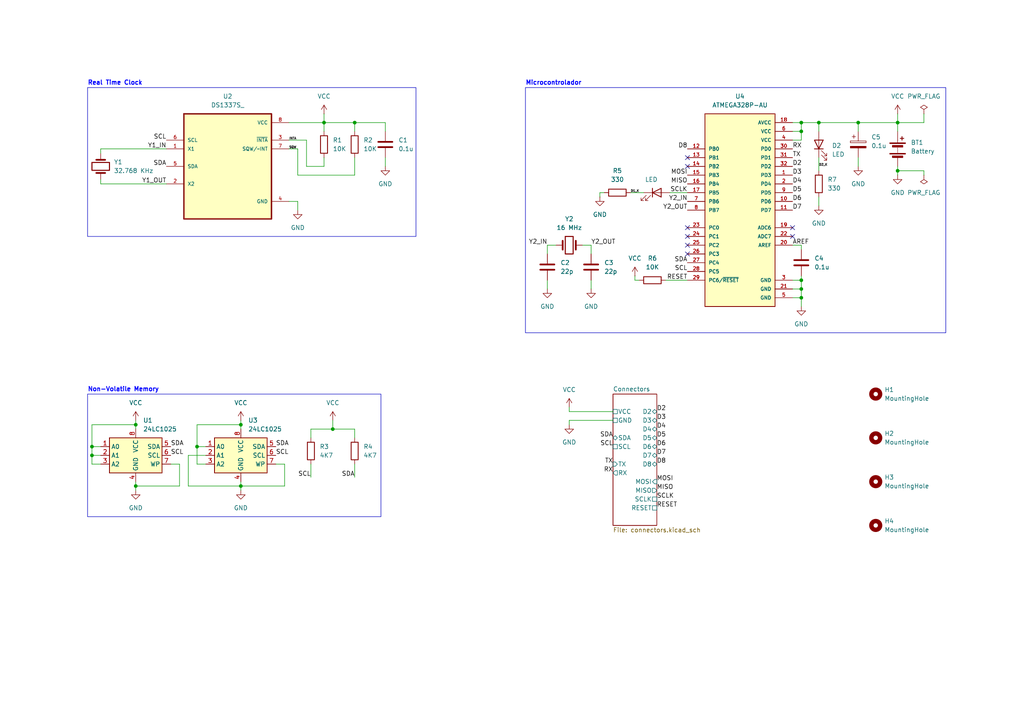
<source format=kicad_sch>
(kicad_sch (version 20250114) (generator "eeschema") (generator_version "9.0")
  (paper "A4")
  (title_block (title "${project_name}") (date "2025-05-21") (rev "1") (company "${author}"))
  (lib_symbols
    (symbol "ATMEGA328P-AU:ATMEGA328P-AU" (pin_names (offset 1.016))
      (property "Reference" "U" (at -10.1755 29.2546 0))
      (property "Value" "ATMEGA328P-AU" (at -10.1669 -31.7714 0))
      (symbol "ATMEGA328P-AU_0_0"
        (rectangle (start -10.16 -27.94) (end 10.16 27.94) (stroke (width 0.254)) (fill (type background)))
        (pin bidirectional line (at -15.24 17.78 0) (length 5.08) (name "PB0") (number "12"))
        (pin bidirectional line (at -15.24 15.24 0) (length 5.08) (name "PB1") (number "13"))
        (pin bidirectional line (at -15.24 12.7 0) (length 5.08) (name "PB2") (number "14"))
        (pin bidirectional line (at -15.24 10.16 0) (length 5.08) (name "PB3") (number "15"))
        (pin bidirectional line (at -15.24 7.62 0) (length 5.08) (name "PB4") (number "16"))
        (pin bidirectional line (at -15.24 5.08 0) (length 5.08) (name "PB5") (number "17"))
        (pin bidirectional line (at -15.24 2.54 0) (length 5.08) (name "PB6") (number "7"))
        (pin bidirectional line (at -15.24 0 0) (length 5.08) (name "PB7") (number "8"))
        (pin bidirectional line (at -15.24 -5.08 0) (length 5.08) (name "PC0") (number "23"))
        (pin bidirectional line (at -15.24 -7.62 0) (length 5.08) (name "PC1") (number "24"))
        (pin bidirectional line (at -15.24 -10.16 0) (length 5.08) (name "PC2") (number "25"))
        (pin bidirectional line (at -15.24 -12.7 0) (length 5.08) (name "PC3") (number "26"))
        (pin bidirectional line (at -15.24 -15.24 0) (length 5.08) (name "PC4") (number "27"))
        (pin bidirectional line (at -15.24 -17.78 0) (length 5.08) (name "PC5") (number "28"))
        (pin bidirectional line (at -15.24 -20.32 0) (length 5.08) (name "PC6/~{RESET}") (number "29"))
        (pin power_in line (at 15.24 25.4 180) (length 5.08) (name "AVCC") (number "18"))
        (pin power_in line (at 15.24 22.86 180) (length 5.08) (name "VCC") (number "6"))
        (pin power_in line (at 15.24 20.32 180) (length 5.08) (name "VCC") (number "4"))
        (pin bidirectional line (at 15.24 17.78 180) (length 5.08) (name "PD0") (number "30"))
        (pin bidirectional line (at 15.24 15.24 180) (length 5.08) (name "PD1") (number "31"))
        (pin bidirectional line (at 15.24 12.7 180) (length 5.08) (name "PD2") (number "32"))
        (pin bidirectional line (at 15.24 10.16 180) (length 5.08) (name "PD3") (number "1"))
        (pin bidirectional line (at 15.24 7.62 180) (length 5.08) (name "PD4") (number "2"))
        (pin bidirectional line (at 15.24 5.08 180) (length 5.08) (name "PD5") (number "9"))
        (pin bidirectional line (at 15.24 2.54 180) (length 5.08) (name "PD6") (number "10"))
        (pin bidirectional line (at 15.24 0 180) (length 5.08) (name "PD7") (number "11"))
        (pin bidirectional line (at 15.24 -5.08 180) (length 5.08) (name "ADC6") (number "19"))
        (pin bidirectional line (at 15.24 -7.62 180) (length 5.08) (name "ADC7") (number "22"))
        (pin input line (at 15.24 -10.16 180) (length 5.08) (name "AREF") (number "20"))
        (pin power_in line (at 15.24 -20.32 180) (length 5.08) (name "GND") (number "3"))
        (pin power_in line (at 15.24 -22.86 180) (length 5.08) (name "GND") (number "21"))
        (pin power_in line (at 15.24 -25.4 180) (length 5.08) (name "GND") (number "5"))
      )
    )
    (symbol "DS1337S_:DS1337S_" (pin_names (offset 1.016))
      (property "Reference" "U" (at -12.7 16.24 0))
      (property "Value" "DS1337S_" (at -12.7 -19.24 0))
      (symbol "DS1337S__0_0"
        (rectangle (start -12.7 -15.24) (end 12.7 15.24) (stroke (width 0.41)) (fill (type background)))
        (pin input line (at -17.78 7.62 0) (length 5.08) (name "SCL") (number "6"))
        (pin input line (at -17.78 5.08 0) (length 5.08) (name "X1") (number "1"))
        (pin bidirectional line (at -17.78 0 0) (length 5.08) (name "SDA") (number "5"))
        (pin bidirectional line (at -17.78 -5.08 0) (length 5.08) (name "X2") (number "2"))
        (pin power_in line (at 17.78 12.7 180) (length 5.08) (name "VCC") (number "8"))
        (pin output line (at 17.78 7.62 180) (length 5.08) (name "~{INTA}") (number "3"))
        (pin output line (at 17.78 5.08 180) (length 5.08) (name "SQW/~INT") (number "7"))
        (pin power_in line (at 17.78 -10.16 180) (length 5.08) (name "GND") (number "4"))
      )
    )
    (symbol "Device:Battery" (pin_numbers (hide yes)) (pin_names (offset 0) (hide yes))
      (property "Reference" "BT" (at 2.54 2.54 0))
      (property "Value" "Battery" (at 2.54 0 0))
      (symbol "Battery_0_1"
        (rectangle (start -2.286 1.778) (end 2.286 1.524) (fill (type outline)))
        (rectangle (start -2.286 -1.27) (end 2.286 -1.524) (fill (type outline)))
        (rectangle (start -1.524 1.016) (end 1.524 0.508) (fill (type outline)))
        (rectangle (start -1.524 -2.032) (end 1.524 -2.54) (fill (type outline)))
        (polyline (pts (xy 0 1.778) (xy 0 2.54)))
        (polyline (pts (xy 0 0) (xy 0 0.254)))
        (polyline (pts (xy 0 -0.508) (xy 0 -0.254)))
        (polyline (pts (xy 0 -1.016) (xy 0 -0.762)))
        (polyline (pts (xy 0.762 3.048) (xy 1.778 3.048)) (stroke (width 0.254)))
        (polyline (pts (xy 1.27 3.556) (xy 1.27 2.54)) (stroke (width 0.254)))
      )
      (symbol "Battery_1_1"
        (pin passive line (at 0 5.08 270) (length 2.54) (name "+") (number "1"))
        (pin passive line (at 0 -5.08 90) (length 2.54) (name "-") (number "2"))
      )
    )
    (symbol "Device:C" (pin_numbers (hide yes)) (pin_names (offset 0.254))
      (property "Reference" "C" (at 0.635 2.54 0))
      (property "Value" "C" (at 0.635 -2.54 0))
      (symbol "C_0_1"
        (polyline (pts (xy -2.032 0.762) (xy 2.032 0.762)) (stroke (width 0.508)))
        (polyline (pts (xy -2.032 -0.762) (xy 2.032 -0.762)) (stroke (width 0.508)))
      )
      (symbol "C_1_1"
        (pin passive line (at 0 3.81 270) (length 2.794) (name "~") (number "1"))
        (pin passive line (at 0 -3.81 90) (length 2.794) (name "~") (number "2"))
      )
    )
    (symbol "Device:C_Polarized" (pin_numbers (hide yes)) (pin_names (offset 0.254))
      (property "Reference" "C" (at 0.635 2.54 0))
      (property "Value" "C_Polarized" (at 0.635 -2.54 0))
      (symbol "C_Polarized_0_1"
        (rectangle (start -2.286 0.508) (end 2.286 1.016))
        (polyline (pts (xy -1.778 2.286) (xy -0.762 2.286)))
        (polyline (pts (xy -1.27 2.794) (xy -1.27 1.778)))
        (rectangle (start 2.286 -0.508) (end -2.286 -1.016) (fill (type outline)))
      )
      (symbol "C_Polarized_1_1"
        (pin passive line (at 0 3.81 270) (length 2.794) (name "~") (number "1"))
        (pin passive line (at 0 -3.81 90) (length 2.794) (name "~") (number "2"))
      )
    )
    (symbol "Device:Crystal" (pin_numbers (hide yes)) (pin_names (offset 1.016) (hide yes))
      (property "Reference" "Y" (at 0 3.81 0))
      (property "Value" "Crystal" (at 0 -3.81 0))
      (symbol "Crystal_0_1"
        (polyline (pts (xy -2.54 0) (xy -1.905 0)))
        (polyline (pts (xy -1.905 -1.27) (xy -1.905 1.27)) (stroke (width 0.508)))
        (rectangle (start -1.143 2.54) (end 1.143 -2.54) (stroke (width 0.3048)))
        (polyline (pts (xy 1.905 -1.27) (xy 1.905 1.27)) (stroke (width 0.508)))
        (polyline (pts (xy 2.54 0) (xy 1.905 0)))
      )
      (symbol "Crystal_1_1"
        (pin passive line (at -3.81 0 0) (length 1.27) (name "1") (number "1"))
        (pin passive line (at 3.81 0 180) (length 1.27) (name "2") (number "2"))
      )
    )
    (symbol "Device:LED" (pin_numbers (hide yes)) (pin_names (offset 1.016) (hide yes))
      (property "Reference" "D" (at 0 2.54 0))
      (property "Value" "LED" (at 0 -2.54 0))
      (symbol "LED_0_1"
        (polyline (pts (xy -3.048 -0.762) (xy -4.572 -2.286) (xy -3.81 -2.286) (xy -4.572 -2.286) (xy -4.572 -1.524)))
        (polyline (pts (xy -1.778 -0.762) (xy -3.302 -2.286) (xy -2.54 -2.286) (xy -3.302 -2.286) (xy -3.302 -1.524)))
        (polyline (pts (xy -1.27 0) (xy 1.27 0)))
        (polyline (pts (xy -1.27 -1.27) (xy -1.27 1.27)) (stroke (width 0.254)))
        (polyline (pts (xy 1.27 -1.27) (xy 1.27 1.27) (xy -1.27 0) (xy 1.27 -1.27)) (stroke (width 0.254)))
      )
      (symbol "LED_1_1"
        (pin passive line (at -3.81 0 0) (length 2.54) (name "K") (number "1"))
        (pin passive line (at 3.81 0 180) (length 2.54) (name "A") (number "2"))
      )
    )
    (symbol "Device:R" (pin_numbers (hide yes)) (pin_names (offset 0))
      (property "Reference" "R" (at 2.032 0 90))
      (property "Value" "R" (at 0 0 90))
      (symbol "R_0_1"
        (rectangle (start -1.016 -2.54) (end 1.016 2.54) (stroke (width 0.254)))
      )
      (symbol "R_1_1"
        (pin passive line (at 0 3.81 270) (length 1.27) (name "~") (number "1"))
        (pin passive line (at 0 -3.81 90) (length 1.27) (name "~") (number "2"))
      )
    )
    (symbol "Mechanical:MountingHole" (pin_names (offset 1.016)) (in_bom no)
      (property "Reference" "H" (at 0 5.08 0))
      (property "Value" "MountingHole" (at 0 3.175 0))
      (symbol "MountingHole_0_1"
        (circle (center 0 0) (radius 1.27) (stroke (width 1.27)))
      )
    )
    (symbol "Memory_EEPROM:24LC1025"
      (property "Reference" "U" (at -6.35 6.35 0))
      (property "Value" "24LC1025" (at 1.27 6.35 0))
      (symbol "24LC1025_1_1"
        (rectangle (start -7.62 5.08) (end 7.62 -5.08) (stroke (width 0.254)) (fill (type background)))
        (pin input line (at -10.16 2.54 0) (length 2.54) (name "A0") (number "1"))
        (pin input line (at -10.16 0 0) (length 2.54) (name "A1") (number "2"))
        (pin input line (at -10.16 -2.54 0) (length 2.54) (name "A2") (number "3"))
        (pin power_in line (at 0 7.62 270) (length 2.54) (name "VCC") (number "8"))
        (pin power_in line (at 0 -7.62 90) (length 2.54) (name "GND") (number "4"))
        (pin bidirectional line (at 10.16 2.54 180) (length 2.54) (name "SDA") (number "5"))
        (pin input line (at 10.16 0 180) (length 2.54) (name "SCL") (number "6"))
        (pin input line (at 10.16 -2.54 180) (length 2.54) (name "WP") (number "7"))
      )
    )
    (symbol "power:GND" (power) (pin_numbers (hide yes)) (pin_names (offset 0) (hide yes))
      (property "Value" "GND" (at 0 -3.81 0))
      (symbol "GND_0_1"
        (polyline (pts (xy 0 0) (xy 0 -1.27) (xy 1.27 -1.27) (xy 0 -2.54) (xy -1.27 -1.27) (xy 0 -1.27)))
      )
      (symbol "GND_1_1"
        (pin power_in line (at 0 0 270) (length 0) (name "~") (number "1"))
      )
    )
    (symbol "power:PWR_FLAG" (power) (pin_numbers (hide yes)) (pin_names (offset 0) (hide yes))
      (property "Value" "PWR_FLAG" (at 0 3.81 0))
      (symbol "PWR_FLAG_0_0"
        (pin power_out line (at 0 0 90) (length 0) (name "~") (number "1"))
      )
      (symbol "PWR_FLAG_0_1"
        (polyline (pts (xy 0 0) (xy 0 1.27) (xy -1.016 1.905) (xy 0 2.54) (xy 1.016 1.905) (xy 0 1.27)))
      )
    )
    (symbol "power:VCC" (power) (pin_numbers (hide yes)) (pin_names (offset 0) (hide yes))
      (property "Value" "VCC" (at 0 3.556 0))
      (symbol "VCC_0_1"
        (polyline (pts (xy -0.762 1.27) (xy 0 2.54)))
        (polyline (pts (xy 0 2.54) (xy 0.762 1.27)))
        (polyline (pts (xy 0 0) (xy 0 2.54)))
      )
      (symbol "VCC_1_1"
        (pin power_in line (at 0 0 90) (length 0) (name "~") (number "1"))
      )
    )
  )
  (rectangle (start 25.4 114.3) (end 110.49 149.86))
  (rectangle (start 152.4 25.4) (end 274.32 96.52))
  (rectangle (start 25.4 25.4) (end 120.65 68.58))
  (text "Real Time Clock" (at 25.4 24.13 0) (effects (font (size 1.27 1.27) (thickness 0.254) (bold yes)) (justify left)))
  (text "Non-Volatile Memory" (at 25.4 113.03 0) (effects (font (size 1.27 1.27) (thickness 0.254) (bold yes)) (justify left)))
  (text "Microcontrolador" (at 152.4 24.13 0) (effects (font (size 1.27 1.27) (thickness 0.254) (bold yes)) (justify left)))
  (junction (at 39.37 140.97))
  (junction (at 69.85 123.19))
  (junction (at 232.41 86.36))
  (junction (at 248.92 35.56))
  (junction (at 237.49 35.56))
  (junction (at 232.41 38.1))
  (junction (at 260.35 49.53))
  (junction (at 69.85 140.97))
  (junction (at 232.41 83.82))
  (junction (at 57.15 129.54))
  (junction (at 232.41 81.28))
  (junction (at 93.98 35.56))
  (junction (at 102.87 35.56))
  (junction (at 260.35 35.56))
  (junction (at 96.52 124.46))
  (junction (at 232.41 35.56))
  (junction (at 26.67 132.08))
  (junction (at 26.67 129.54))
  (junction (at 39.37 123.19))
  (no_connect (at 199.39 71.12))
  (no_connect (at 229.87 66.04))
  (no_connect (at 199.39 68.58))
  (no_connect (at 199.39 48.26))
  (no_connect (at 199.39 45.72))
  (no_connect (at 199.39 73.66))
  (no_connect (at 229.87 68.58))
  (no_connect (at 199.39 66.04))
  (wire (pts (xy 168.91 71.12) (xy 171.45 71.12)))
  (wire (pts (xy 48.26 53.34) (xy 29.21 53.34)))
  (wire (pts (xy 199.39 55.88) (xy 194.31 55.88)))
  (wire (pts (xy 173.99 55.88) (xy 173.99 57.15)))
  (wire (pts (xy 80.01 134.62) (xy 82.55 134.62)))
  (wire (pts (xy 29.21 129.54) (xy 26.67 129.54)))
  (wire (pts (xy 229.87 38.1) (xy 232.41 38.1)))
  (wire (pts (xy 237.49 45.72) (xy 237.49 49.53)))
  (wire (pts (xy 175.26 55.88) (xy 173.99 55.88)))
  (wire (pts (xy 26.67 129.54) (xy 26.67 132.08)))
  (wire (pts (xy 260.35 49.53) (xy 260.35 50.8)))
  (wire (pts (xy 88.9 40.64) (xy 88.9 48.26)))
  (wire (pts (xy 39.37 123.19) (xy 39.37 124.46)))
  (wire (pts (xy 102.87 35.56) (xy 102.87 38.1)))
  (wire (pts (xy 26.67 129.54) (xy 26.67 123.19)))
  (wire (pts (xy 57.15 134.62) (xy 59.69 134.62)))
  (wire (pts (xy 26.67 123.19) (xy 39.37 123.19)))
  (wire (pts (xy 90.17 127) (xy 90.17 124.46)))
  (wire (pts (xy 248.92 35.56) (xy 248.92 38.1)))
  (wire (pts (xy 229.87 81.28) (xy 232.41 81.28)))
  (wire (pts (xy 248.92 45.72) (xy 248.92 48.26)))
  (wire (pts (xy 229.87 86.36) (xy 232.41 86.36)))
  (wire (pts (xy 90.17 134.62) (xy 90.17 138.43)))
  (wire (pts (xy 248.92 35.56) (xy 260.35 35.56)))
  (wire (pts (xy 171.45 71.12) (xy 171.45 73.66)))
  (wire (pts (xy 267.97 49.53) (xy 267.97 50.8)))
  (wire (pts (xy 229.87 71.12) (xy 232.41 71.12)))
  (wire (pts (xy 260.35 35.56) (xy 267.97 35.56)))
  (wire (pts (xy 83.82 43.18) (xy 86.36 43.18)))
  (wire (pts (xy 229.87 83.82) (xy 232.41 83.82)))
  (wire (pts (xy 88.9 48.26) (xy 93.98 48.26)))
  (wire (pts (xy 232.41 71.12) (xy 232.41 72.39)))
  (wire (pts (xy 52.07 140.97) (xy 52.07 134.62)))
  (wire (pts (xy 260.35 49.53) (xy 267.97 49.53)))
  (wire (pts (xy 93.98 35.56) (xy 102.87 35.56)))
  (wire (pts (xy 237.49 35.56) (xy 248.92 35.56)))
  (wire (pts (xy 86.36 43.18) (xy 86.36 50.8)))
  (wire (pts (xy 184.15 81.28) (xy 184.15 80.01)))
  (wire (pts (xy 165.1 121.92) (xy 165.1 123.19)))
  (wire (pts (xy 69.85 123.19) (xy 57.15 123.19)))
  (wire (pts (xy 57.15 129.54) (xy 59.69 129.54)))
  (wire (pts (xy 69.85 140.97) (xy 82.55 140.97)))
  (wire (pts (xy 93.98 33.02) (xy 93.98 35.56)))
  (wire (pts (xy 232.41 35.56) (xy 237.49 35.56)))
  (wire (pts (xy 171.45 81.28) (xy 171.45 83.82)))
  (wire (pts (xy 26.67 134.62) (xy 29.21 134.62)))
  (wire (pts (xy 237.49 35.56) (xy 237.49 38.1)))
  (wire (pts (xy 177.8 119.38) (xy 165.1 119.38)))
  (wire (pts (xy 83.82 35.56) (xy 93.98 35.56)))
  (wire (pts (xy 158.75 71.12) (xy 158.75 73.66)))
  (wire (pts (xy 232.41 86.36) (xy 232.41 88.9)))
  (wire (pts (xy 232.41 81.28) (xy 232.41 83.82)))
  (wire (pts (xy 232.41 83.82) (xy 232.41 86.36)))
  (wire (pts (xy 232.41 80.01) (xy 232.41 81.28)))
  (wire (pts (xy 90.17 124.46) (xy 96.52 124.46)))
  (wire (pts (xy 57.15 123.19) (xy 57.15 129.54)))
  (wire (pts (xy 267.97 35.56) (xy 267.97 33.02)))
  (wire (pts (xy 229.87 40.64) (xy 232.41 40.64)))
  (wire (pts (xy 29.21 43.18) (xy 29.21 44.45)))
  (wire (pts (xy 111.76 35.56) (xy 111.76 38.1)))
  (wire (pts (xy 83.82 58.42) (xy 86.36 58.42)))
  (wire (pts (xy 102.87 35.56) (xy 111.76 35.56)))
  (wire (pts (xy 26.67 132.08) (xy 26.67 134.62)))
  (wire (pts (xy 54.61 132.08) (xy 54.61 140.97)))
  (wire (pts (xy 59.69 132.08) (xy 54.61 132.08)))
  (wire (pts (xy 158.75 81.28) (xy 158.75 83.82)))
  (wire (pts (xy 184.15 81.28) (xy 185.42 81.28)))
  (wire (pts (xy 39.37 139.7) (xy 39.37 140.97)))
  (wire (pts (xy 54.61 140.97) (xy 69.85 140.97)))
  (wire (pts (xy 93.98 45.72) (xy 93.98 48.26)))
  (wire (pts (xy 83.82 40.64) (xy 88.9 40.64)))
  (wire (pts (xy 232.41 40.64) (xy 232.41 38.1)))
  (wire (pts (xy 39.37 140.97) (xy 39.37 142.24)))
  (wire (pts (xy 48.26 43.18) (xy 29.21 43.18)))
  (wire (pts (xy 96.52 124.46) (xy 102.87 124.46)))
  (wire (pts (xy 193.04 81.28) (xy 199.39 81.28)))
  (wire (pts (xy 29.21 53.34) (xy 29.21 52.07)))
  (wire (pts (xy 39.37 121.92) (xy 39.37 123.19)))
  (wire (pts (xy 165.1 121.92) (xy 177.8 121.92)))
  (wire (pts (xy 39.37 140.97) (xy 52.07 140.97)))
  (wire (pts (xy 69.85 123.19) (xy 69.85 124.46)))
  (wire (pts (xy 102.87 134.62) (xy 102.87 138.43)))
  (wire (pts (xy 161.29 71.12) (xy 158.75 71.12)))
  (wire (pts (xy 260.35 33.02) (xy 260.35 35.56)))
  (wire (pts (xy 229.87 35.56) (xy 232.41 35.56)))
  (wire (pts (xy 26.67 132.08) (xy 29.21 132.08)))
  (wire (pts (xy 102.87 45.72) (xy 102.87 50.8)))
  (wire (pts (xy 165.1 119.38) (xy 165.1 118.11)))
  (wire (pts (xy 260.35 38.1) (xy 260.35 35.56)))
  (wire (pts (xy 86.36 50.8) (xy 102.87 50.8)))
  (wire (pts (xy 82.55 140.97) (xy 82.55 134.62)))
  (wire (pts (xy 102.87 124.46) (xy 102.87 127)))
  (wire (pts (xy 57.15 129.54) (xy 57.15 134.62)))
  (wire (pts (xy 52.07 134.62) (xy 49.53 134.62)))
  (wire (pts (xy 182.88 55.88) (xy 186.69 55.88)))
  (wire (pts (xy 232.41 38.1) (xy 232.41 35.56)))
  (wire (pts (xy 96.52 121.92) (xy 96.52 124.46)))
  (wire (pts (xy 86.36 58.42) (xy 86.36 60.96)))
  (wire (pts (xy 69.85 140.97) (xy 69.85 142.24)))
  (wire (pts (xy 260.35 48.26) (xy 260.35 49.53)))
  (wire (pts (xy 237.49 57.15) (xy 237.49 59.69)))
  (wire (pts (xy 69.85 121.92) (xy 69.85 123.19)))
  (wire (pts (xy 69.85 139.7) (xy 69.85 140.97)))
  (wire (pts (xy 111.76 45.72) (xy 111.76 48.26)))
  (wire (pts (xy 93.98 35.56) (xy 93.98 38.1)))
  (label "SDA" (at 199.39 76.2 180))
  (label "D6" (at 229.87 58.42 0))
  (label "D8" (at 190.5 134.62 0))
  (label "SCL" (at 90.17 138.43 180))
  (label "RESET" (at 199.39 81.28 180))
  (label "RX" (at 229.87 43.18 0))
  (label "SQW" (at 83.82 43.18 0) (effects (font (size 0.635 0.635))))
  (label "SDA" (at 102.87 138.43 180))
  (label "RX" (at 177.8 137.16 180))
  (label "D4" (at 229.87 53.34 0))
  (label "SCL" (at 48.26 40.64 180))
  (label "SCL" (at 199.39 78.74 180))
  (label "INTA" (at 83.82 40.64 0) (effects (font (size 0.635 0.635))))
  (label "TX" (at 177.8 134.62 180))
  (label "MOSI" (at 190.5 139.7 0))
  (label "SDA" (at 49.53 129.54 0))
  (label "D2" (at 190.5 119.38 0))
  (label "D7" (at 190.5 132.08 0))
  (label "D1_K" (at 182.88 55.88 0) (effects (font (size 0.635 0.635))))
  (label "SCL" (at 177.8 129.54 180))
  (label "D3" (at 190.5 121.92 0))
  (label "Y2_OUT" (at 199.39 60.96 180))
  (label "MISO" (at 190.5 142.24 0))
  (label "Y2_OUT" (at 171.45 71.12 0))
  (label "D4" (at 190.5 124.46 0))
  (label "SCL" (at 80.01 132.08 0))
  (label "D6" (at 190.5 129.54 0))
  (label "MISO" (at 199.39 53.34 180))
  (label "Y2_IN" (at 158.75 71.12 180))
  (label "SDA" (at 48.26 48.26 180))
  (label "AREF" (at 229.87 71.12 0))
  (label "D2_K" (at 237.49 48.26 0) (effects (font (size 0.635 0.635))))
  (label "D3" (at 229.87 50.8 0))
  (label "SCL" (at 49.53 132.08 0))
  (label "SDA" (at 80.01 129.54 0))
  (label "D5" (at 229.87 55.88 0))
  (label "Y2_IN" (at 199.39 58.42 180))
  (label "D5" (at 190.5 127 0))
  (label "D8" (at 199.39 43.18 180))
  (label "MOSI" (at 199.39 50.8 180))
  (label "TX" (at 229.87 45.72 0))
  (label "RESET" (at 190.5 147.32 0))
  (label "Y1_IN" (at 48.26 43.18 180))
  (label "SCLK" (at 199.39 55.88 180))
  (label "D2" (at 229.87 48.26 0))
  (label "D7" (at 229.87 60.96 0))
  (label "SCLK" (at 190.5 144.78 0))
  (label "Y1_OUT" (at 48.26 53.34 180))
  (label "SDA" (at 177.8 127 180))
  (symbol (lib_id "Device:R") (at 102.87 130.81 0) (unit 1)
    (property "Reference" "R4" (at 105.41 129.5399 0) (effects (justify left)))
    (property "Value" "4K7" (at 105.41 132.0799 0) (effects (justify left)))
    (property "Footprint" "Resistor_SMD:R_0805_2012Metric" (effects (hide yes)))
    (property "Description" "Resistor" (effects (hide yes)))
  )
  (symbol (lib_id "power:GND") (at 237.49 59.69 0) (unit 1)
    (property "Reference" "#PWR012" (effects (hide yes)))
    (property "Value" "GND" (at 237.49 64.77 0))
    (property "Description" "Power symbol creates a global label with name \"GND\" , ground" (effects (hide yes)))
  )
  (symbol (lib_id "Device:R") (at 93.98 41.91 0) (unit 1)
    (property "Reference" "R1" (at 96.52 40.6399 0) (effects (justify left)))
    (property "Value" "10K" (at 96.52 43.1799 0) (effects (justify left)))
    (property "Footprint" "Resistor_SMD:R_0805_2012Metric" (effects (hide yes)))
    (property "Description" "Resistor" (effects (hide yes)))
  )
  (symbol (lib_id "power:GND") (at 86.36 60.96 0) (unit 1)
    (property "Reference" "#PWR02" (effects (hide yes)))
    (property "Value" "GND" (at 86.36 66.04 0))
    (property "Description" "Power symbol creates a global label with name \"GND\" , ground" (effects (hide yes)))
  )
  (symbol (lib_id "power:GND") (at 39.37 142.24 0) (unit 1)
    (property "Reference" "#PWR08" (effects (hide yes)))
    (property "Value" "GND" (at 39.37 147.32 0))
    (property "Description" "Power symbol creates a global label with name \"GND\" , ground" (effects (hide yes)))
  )
  (symbol (lib_id "DS1337S_:DS1337S_") (at 66.04 48.26 0) (unit 1)
    (property "Reference" "U2" (at 66.04 27.94 0))
    (property "Value" "DS1337S_" (at 66.04 30.48 0))
    (property "Footprint" "Footprints:SOIC127P600X175-8N" (effects (hide yes)))
    (property "MF" "Maxim Integrated Products" (effects (hide yes)))
    (property "Description_1" "Real Time Clock (RTC) IC Clock/Calendar I2C, 2-Wire Serial 8-SOIC (0.154, 3.90mm Width)" (effects (hide yes)))
    (property "Package" "SOIC-8 Maxim" (effects (hide yes)))
    (property "Price" "None" (effects (hide yes)))
    (property "SnapEDA_Link" "https://www.snapeda.com/parts/DS1337S+/Maxim+Integrated/view-part/?ref=snap" (effects (hide yes)))
    (property "MP" "DS1337S+" (effects (hide yes)))
    (property "Availability" "In Stock" (effects (hide yes)))
    (property "Check_prices" "https://www.snapeda.com/parts/DS1337S+/Maxim+Integrated/view-part/?ref=eda" (effects (hide yes)))
  )
  (symbol (lib_id "Device:Crystal") (at 29.21 48.26 90) (unit 1)
    (property "Reference" "Y1" (at 33.02 46.9899 90) (effects (justify right)))
    (property "Value" "32.768 KHz" (at 33.02 49.5299 90) (effects (justify right)))
    (property "Footprint" "Crystal:Crystal_SMD_5032-2Pin_5.0x3.2mm_HandSoldering" (effects (hide yes)))
    (property "Description" "Two pin crystal" (effects (hide yes)))
  )
  (symbol (lib_id "Device:C_Polarized") (at 248.92 41.91 0) (unit 1)
    (property "Reference" "C5" (at 252.73 39.7509 0) (effects (justify left)))
    (property "Value" "0.1u" (at 252.73 42.2909 0) (effects (justify left)))
    (property "Footprint" "Capacitor_SMD:C_0805_2012Metric" (effects (hide yes)))
    (property "Description" "Polarized capacitor" (effects (hide yes)))
  )
  (symbol (lib_id "Device:Crystal") (at 165.1 71.12 180) (unit 1)
    (property "Reference" "Y2" (at 165.1 63.5 0))
    (property "Value" "16 MHz" (at 165.1 66.04 0))
    (property "Footprint" "Crystal:Crystal_SMD_5032-2Pin_5.0x3.2mm_HandSoldering" (effects (hide yes)))
    (property "Description" "Two pin crystal" (effects (hide yes)))
  )
  (symbol (lib_id "Mechanical:MountingHole") (at 254 139.7 0) (unit 1) (in_bom no)
    (property "Reference" "H3" (at 256.54 138.4299 0) (effects (justify left)))
    (property "Value" "MountingHole" (at 256.54 140.9699 0) (effects (justify left)))
    (property "Footprint" "MountingHole:MountingHole_2.1mm" (effects (hide yes)))
    (property "Description" "Mounting Hole without connection" (effects (hide yes)))
  )
  (symbol (lib_id "power:VCC") (at 39.37 121.92 0) (unit 1)
    (property "Reference" "#PWR07" (effects (hide yes)))
    (property "Value" "VCC" (at 39.37 116.84 0))
    (property "Description" "Power symbol creates a global label with name \"VCC\"" (effects (hide yes)))
  )
  (symbol (lib_id "power:VCC") (at 69.85 121.92 0) (unit 1)
    (property "Reference" "#PWR05" (effects (hide yes)))
    (property "Value" "VCC" (at 69.85 116.84 0))
    (property "Description" "Power symbol creates a global label with name \"VCC\"" (effects (hide yes)))
  )
  (symbol (lib_id "power:VCC") (at 96.52 121.92 0) (unit 1)
    (property "Reference" "#PWR04" (effects (hide yes)))
    (property "Value" "VCC" (at 96.52 116.84 0))
    (property "Description" "Power symbol creates a global label with name \"VCC\"" (effects (hide yes)))
  )
  (symbol (lib_id "power:GND") (at 248.92 48.26 0) (unit 1)
    (property "Reference" "#PWR011" (effects (hide yes)))
    (property "Value" "GND" (at 248.92 53.34 0))
    (property "Description" "Power symbol creates a global label with name \"GND\" , ground" (effects (hide yes)))
  )
  (symbol (lib_id "power:GND") (at 158.75 83.82 0) (unit 1)
    (property "Reference" "#PWR015" (effects (hide yes)))
    (property "Value" "GND" (at 158.75 88.9 0))
    (property "Description" "Power symbol creates a global label with name \"GND\" , ground" (effects (hide yes)))
  )
  (symbol (lib_id "Device:R") (at 179.07 55.88 270) (unit 1)
    (property "Reference" "R5" (at 179.07 49.53 90))
    (property "Value" "330" (at 179.07 52.07 90))
    (property "Footprint" "Resistor_SMD:R_0805_2012Metric" (effects (hide yes)))
    (property "Description" "Resistor" (effects (hide yes)))
  )
  (symbol (lib_id "power:GND") (at 173.99 57.15 0) (unit 1)
    (property "Reference" "#PWR017" (effects (hide yes)))
    (property "Value" "GND" (at 173.99 62.23 0))
    (property "Description" "Power symbol creates a global label with name \"GND\" , ground" (effects (hide yes)))
  )
  (symbol (lib_id "Memory_EEPROM:24LC1025") (at 69.85 132.08 0) (unit 1)
    (property "Reference" "U3" (at 71.9933 121.92 0) (effects (justify left)))
    (property "Value" "24LC1025" (at 71.9933 124.46 0) (effects (justify left)))
    (property "Footprint" "Package_SO:SOIC-8_5.3x5.3mm_P1.27mm" (effects (hide yes)))
    (property "Datasheet" "http://ww1.microchip.com/downloads/en/DeviceDoc/21941B.pdf" (effects (hide yes)))
    (property "Description" "I2C Serial EEPROM, 1024Kb, DIP-8/SOIC-8/TSSOP-8/DFN-8" (effects (hide yes)))
  )
  (symbol (lib_id "power:PWR_FLAG") (at 267.97 50.8 180) (unit 1)
    (property "Reference" "#FLG02" (effects (hide yes)))
    (property "Value" "PWR_FLAG" (at 267.97 55.88 0))
    (property "Description" "Special symbol for telling ERC where power comes from" (effects (hide yes)))
  )
  (symbol (lib_id "power:GND") (at 111.76 48.26 0) (unit 1)
    (property "Reference" "#PWR03" (effects (hide yes)))
    (property "Value" "GND" (at 111.76 53.34 0))
    (property "Description" "Power symbol creates a global label with name \"GND\" , ground" (effects (hide yes)))
  )
  (symbol (lib_id "Device:R") (at 102.87 41.91 0) (unit 1)
    (property "Reference" "R2" (at 105.41 40.6399 0) (effects (justify left)))
    (property "Value" "10K" (at 105.41 43.1799 0) (effects (justify left)))
    (property "Footprint" "Resistor_SMD:R_0805_2012Metric" (effects (hide yes)))
    (property "Description" "Resistor" (effects (hide yes)))
  )
  (symbol (lib_id "Memory_EEPROM:24LC1025") (at 39.37 132.08 0) (unit 1)
    (property "Reference" "U1" (at 41.5133 121.92 0) (effects (justify left)))
    (property "Value" "24LC1025" (at 41.5133 124.46 0) (effects (justify left)))
    (property "Footprint" "Package_SO:SOIC-8_5.3x5.3mm_P1.27mm" (effects (hide yes)))
    (property "Datasheet" "http://ww1.microchip.com/downloads/en/DeviceDoc/21941B.pdf" (effects (hide yes)))
    (property "Description" "I2C Serial EEPROM, 1024Kb, DIP-8/SOIC-8/TSSOP-8/DFN-8" (effects (hide yes)))
  )
  (symbol (lib_id "power:VCC") (at 260.35 33.02 0) (unit 1)
    (property "Reference" "#PWR013" (effects (hide yes)))
    (property "Value" "VCC" (at 260.35 27.94 0))
    (property "Description" "Power symbol creates a global label with name \"VCC\"" (effects (hide yes)))
  )
  (symbol (lib_id "power:GND") (at 232.41 88.9 0) (unit 1)
    (property "Reference" "#PWR09" (effects (hide yes)))
    (property "Value" "GND" (at 232.41 93.98 0))
    (property "Description" "Power symbol creates a global label with name \"GND\" , ground" (effects (hide yes)))
  )
  (symbol (lib_id "Mechanical:MountingHole") (at 254 152.4 0) (unit 1) (in_bom no)
    (property "Reference" "H4" (at 256.54 151.1299 0) (effects (justify left)))
    (property "Value" "MountingHole" (at 256.54 153.6699 0) (effects (justify left)))
    (property "Footprint" "MountingHole:MountingHole_2.1mm" (effects (hide yes)))
    (property "Description" "Mounting Hole without connection" (effects (hide yes)))
  )
  (symbol (lib_id "Device:C") (at 111.76 41.91 0) (unit 1)
    (property "Reference" "C1" (at 115.57 40.6399 0) (effects (justify left)))
    (property "Value" "0.1u" (at 115.57 43.1799 0) (effects (justify left)))
    (property "Footprint" "Capacitor_SMD:C_0805_2012Metric" (effects (hide yes)))
    (property "Description" "Unpolarized capacitor" (effects (hide yes)))
  )
  (symbol (lib_id "Device:R") (at 189.23 81.28 90) (unit 1)
    (property "Reference" "R6" (at 189.23 74.93 90))
    (property "Value" "10K" (at 189.23 77.47 90))
    (property "Footprint" "Resistor_SMD:R_0805_2012Metric" (effects (hide yes)))
    (property "Description" "Resistor" (effects (hide yes)))
  )
  (symbol (lib_id "ATMEGA328P-AU:ATMEGA328P-AU") (at 214.63 60.96 0) (unit 1)
    (property "Reference" "U4" (at 214.63 27.94 0))
    (property "Value" "ATMEGA328P-AU" (at 214.63 30.48 0))
    (property "Footprint" "Footprints:QFP80P900X900X120-32N" (effects (hide yes)))
    (property "MF" "MICROCHIP TECH." (effects (hide yes)))
    (property "MAXIMUM_PACKAGE_HEIGHT" "1.20mm" (effects (hide yes)))
    (property "Package" "TQFP-32 Microchip" (effects (hide yes)))
    (property "Price" "None" (effects (hide yes)))
    (property "Check_prices" "https://www.snapeda.com/parts/ATMEGA328P-AU/Microchip/view-part/?ref=eda" (effects (hide yes)))
    (property "STANDARD" "IPC-7351B" (effects (hide yes)))
    (property "PARTREV" "8271A" (effects (hide yes)))
    (property "SnapEDA_Link" "https://www.snapeda.com/parts/ATMEGA328P-AU/Microchip/view-part/?ref=snap" (effects (hide yes)))
    (property "MP" "ATMEGA328P-AU" (effects (hide yes)))
    (property "Description_1" "MCU 8-bit - AVR ATmega Family ATmega328 Series Microcontrollers - 20 MHz - 32 KB - 2 KB - 32 Pins." (effects (hide yes)))
    (property "Availability" "In Stock" (effects (hide yes)))
    (property "MANUFACTURER" "Microchip" (effects (hide yes)))
  )
  (symbol (lib_id "Device:LED") (at 237.49 41.91 90) (unit 1)
    (property "Reference" "D2" (at 241.3 42.2274 90) (effects (justify right)))
    (property "Value" "LED" (at 241.3 44.7674 90) (effects (justify right)))
    (property "Footprint" "LED_SMD:LED_0805_2012Metric" (effects (hide yes)))
    (property "Description" "Light emitting diode" (effects (hide yes)))
    (property "Sim.Pins" "1=K 2=A" (effects (hide yes)))
  )
  (symbol (lib_id "power:GND") (at 165.1 123.19 0) (unit 1)
    (property "Reference" "#PWR019" (effects (hide yes)))
    (property "Value" "GND" (at 165.1 128.27 0))
    (property "Description" "Power symbol creates a global label with name \"GND\" , ground" (effects (hide yes)))
  )
  (symbol (lib_id "power:VCC") (at 165.1 118.11 0) (unit 1)
    (property "Reference" "#PWR018" (effects (hide yes)))
    (property "Value" "VCC" (at 165.1 113.03 0))
    (property "Description" "Power symbol creates a global label with name \"VCC\"" (effects (hide yes)))
  )
  (symbol (lib_id "Mechanical:MountingHole") (at 254 114.3 0) (unit 1) (in_bom no)
    (property "Reference" "H1" (at 256.54 113.0299 0) (effects (justify left)))
    (property "Value" "MountingHole" (at 256.54 115.5699 0) (effects (justify left)))
    (property "Footprint" "MountingHole:MountingHole_2.1mm" (effects (hide yes)))
    (property "Description" "Mounting Hole without connection" (effects (hide yes)))
  )
  (symbol (lib_id "power:PWR_FLAG") (at 267.97 33.02 0) (unit 1)
    (property "Reference" "#FLG01" (effects (hide yes)))
    (property "Value" "PWR_FLAG" (at 267.97 27.94 0))
    (property "Description" "Special symbol for telling ERC where power comes from" (effects (hide yes)))
  )
  (symbol (lib_id "Device:R") (at 237.49 53.34 0) (unit 1)
    (property "Reference" "R7" (at 240.03 52.0699 0) (effects (justify left)))
    (property "Value" "330" (at 240.03 54.6099 0) (effects (justify left)))
    (property "Footprint" "Resistor_SMD:R_0805_2012Metric" (effects (hide yes)))
    (property "Description" "Resistor" (effects (hide yes)))
  )
  (symbol (lib_id "power:VCC") (at 184.15 80.01 0) (unit 1)
    (property "Reference" "#PWR014" (effects (hide yes)))
    (property "Value" "VCC" (at 184.15 74.93 0))
    (property "Description" "Power symbol creates a global label with name \"VCC\"" (effects (hide yes)))
  )
  (symbol (lib_id "power:GND") (at 171.45 83.82 0) (unit 1)
    (property "Reference" "#PWR016" (effects (hide yes)))
    (property "Value" "GND" (at 171.45 88.9 0))
    (property "Description" "Power symbol creates a global label with name \"GND\" , ground" (effects (hide yes)))
  )
  (symbol (lib_id "Device:R") (at 90.17 130.81 0) (unit 1)
    (property "Reference" "R3" (at 92.71 129.5399 0) (effects (justify left)))
    (property "Value" "4K7" (at 92.71 132.0799 0) (effects (justify left)))
    (property "Footprint" "Resistor_SMD:R_0805_2012Metric" (effects (hide yes)))
    (property "Description" "Resistor" (effects (hide yes)))
  )
  (symbol (lib_id "Mechanical:MountingHole") (at 254 127 0) (unit 1) (in_bom no)
    (property "Reference" "H2" (at 256.54 125.7299 0) (effects (justify left)))
    (property "Value" "MountingHole" (at 256.54 128.2699 0) (effects (justify left)))
    (property "Footprint" "MountingHole:MountingHole_2.1mm" (effects (hide yes)))
    (property "Description" "Mounting Hole without connection" (effects (hide yes)))
  )
  (symbol (lib_id "Device:C") (at 232.41 76.2 0) (unit 1)
    (property "Reference" "C4" (at 236.22 74.9299 0) (effects (justify left)))
    (property "Value" "0.1u" (at 236.22 77.4699 0) (effects (justify left)))
    (property "Footprint" "Capacitor_SMD:C_0805_2012Metric" (effects (hide yes)))
    (property "Description" "Unpolarized capacitor" (effects (hide yes)))
  )
  (symbol (lib_id "power:GND") (at 69.85 142.24 0) (unit 1)
    (property "Reference" "#PWR06" (effects (hide yes)))
    (property "Value" "GND" (at 69.85 147.32 0))
    (property "Description" "Power symbol creates a global label with name \"GND\" , ground" (effects (hide yes)))
  )
  (symbol (lib_id "Device:Battery") (at 260.35 43.18 0) (unit 1)
    (property "Reference" "BT1" (at 264.16 41.3384 0) (effects (justify left)))
    (property "Value" "Battery" (at 264.16 43.8784 0) (effects (justify left)))
    (property "Footprint" "Connector_PinHeader_2.54mm:PinHeader_1x02_P2.54mm_Vertical" (effects (hide yes)))
    (property "Description" "Multiple-cell battery" (effects (hide yes)))
  )
  (symbol (lib_id "Device:C") (at 171.45 77.47 0) (unit 1)
    (property "Reference" "C3" (at 175.26 76.1999 0) (effects (justify left)))
    (property "Value" "22p" (at 175.26 78.7399 0) (effects (justify left)))
    (property "Footprint" "Capacitor_SMD:C_0805_2012Metric" (effects (hide yes)))
    (property "Description" "Unpolarized capacitor" (effects (hide yes)))
  )
  (symbol (lib_id "power:GND") (at 260.35 50.8 0) (unit 1)
    (property "Reference" "#PWR010" (effects (hide yes)))
    (property "Value" "GND" (at 260.35 55.88 0))
    (property "Description" "Power symbol creates a global label with name \"GND\" , ground" (effects (hide yes)))
  )
  (symbol (lib_id "Device:C") (at 158.75 77.47 0) (unit 1)
    (property "Reference" "C2" (at 162.56 76.1999 0) (effects (justify left)))
    (property "Value" "22p" (at 162.56 78.7399 0) (effects (justify left)))
    (property "Footprint" "Capacitor_SMD:C_0805_2012Metric" (effects (hide yes)))
    (property "Description" "Unpolarized capacitor" (effects (hide yes)))
  )
  (symbol (lib_id "Device:LED") (at 190.5 55.88 0) (unit 1)
    (property "Reference" "D1" (effects (hide yes)))
    (property "Value" "LED" (at 188.9125 52.07 0))
    (property "Footprint" "LED_SMD:LED_0805_2012Metric" (effects (hide yes)))
    (property "Description" "Light emitting diode" (effects (hide yes)))
    (property "Sim.Pins" "1=K 2=A" (effects (hide yes)))
  )
  (symbol (lib_id "power:VCC") (at 93.98 33.02 0) (unit 1)
    (property "Reference" "#PWR01" (effects (hide yes)))
    (property "Value" "VCC" (at 93.98 27.94 0))
    (property "Description" "Power symbol creates a global label with name \"VCC\"" (effects (hide yes)))
  )
  (sheet (at 177.8 114.3) (size 12.7 38.1) (stroke (width 0.1524))
    (property "Sheetname" "Connectors" (at 177.8 113.5884 0) (effects (justify left bottom)))
    (property "Sheetfile" "connectors.kicad_sch" (at 177.8 152.9846 0) (effects (justify left top)))
    (pin "D2" bidirectional (at 190.5 119.38 0))
    (pin "D3" bidirectional (at 190.5 121.92 0))
    (pin "D4" bidirectional (at 190.5 124.46 0))
    (pin "D5" bidirectional (at 190.5 127 0))
    (pin "D6" bidirectional (at 190.5 129.54 0))
    (pin "D7" bidirectional (at 190.5 132.08 0))
    (pin "D8" bidirectional (at 190.5 134.62 0))
    (pin "MISO" output (at 190.5 142.24 0))
    (pin "MOSI" input (at 190.5 139.7 0))
    (pin "RESET" passive (at 190.5 147.32 0))
    (pin "RX" output (at 177.8 137.16 180))
    (pin "SCL" passive (at 177.8 129.54 180))
    (pin "SCLK" passive (at 190.5 144.78 0))
    (pin "SDA" bidirectional (at 177.8 127 180))
    (pin "TX" input (at 177.8 134.62 180))
    (pin "VCC" passive (at 177.8 119.38 180))
    (pin "GND" passive (at 177.8 121.92 180))
  )
)
</source>
